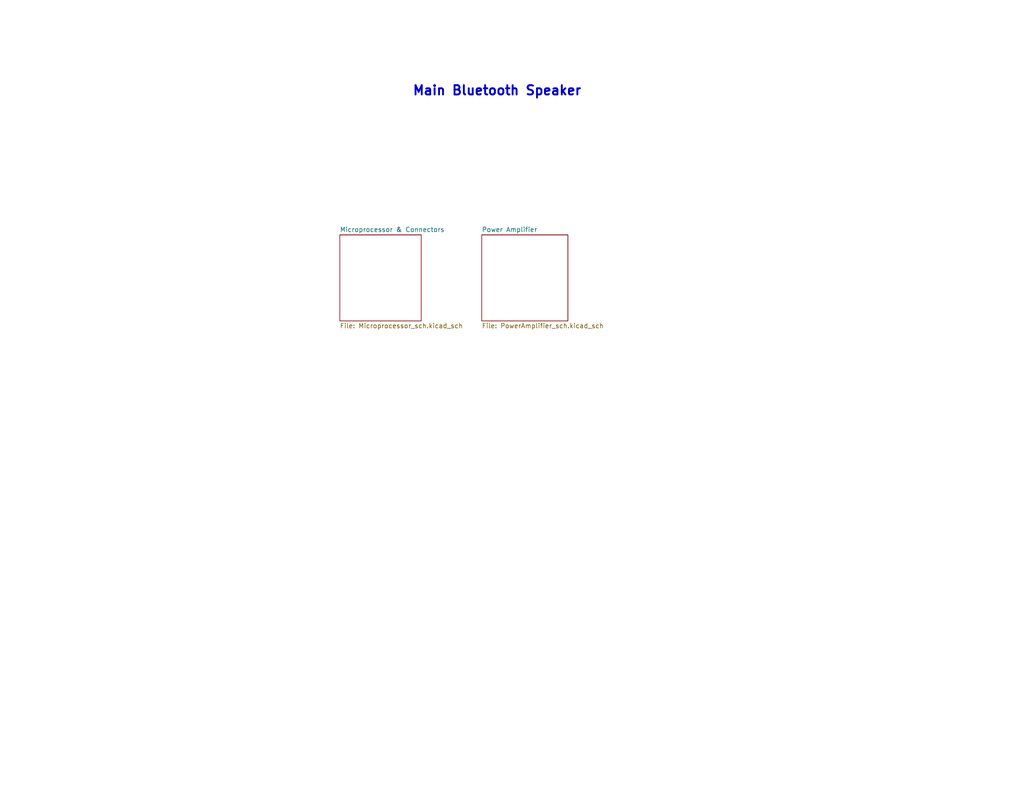
<source format=kicad_sch>
(kicad_sch
	(version 20231120)
	(generator "eeschema")
	(generator_version "8.0")
	(uuid "6d945755-609b-486d-b2f3-c6d7455285fb")
	(paper "A")
	(title_block
		(title "Main Bluetooth Speaker")
		(date "2024-09-06")
		(rev "A")
		(company "Synergy Electronics")
	)
	(lib_symbols)
	(text "Main Bluetooth Speaker"
		(exclude_from_sim no)
		(at 135.636 24.892 0)
		(effects
			(font
				(size 2.54 2.54)
				(thickness 0.508)
				(bold yes)
			)
		)
		(uuid "dcb57f8b-8827-4996-9366-37f89bea712e")
	)
	(sheet
		(at 92.71 64.135)
		(size 22.225 23.495)
		(fields_autoplaced yes)
		(stroke
			(width 0.1524)
			(type solid)
		)
		(fill
			(color 0 0 0 0.0000)
		)
		(uuid "80dc38db-4789-4e19-9e82-e888d7d292e7")
		(property "Sheetname" "Microprocessor & Connectors"
			(at 92.71 63.4234 0)
			(effects
				(font
					(size 1.27 1.27)
				)
				(justify left bottom)
			)
		)
		(property "Sheetfile" "Microprocessor_sch.kicad_sch"
			(at 92.71 88.2146 0)
			(effects
				(font
					(size 1.27 1.27)
				)
				(justify left top)
			)
		)
		(instances
			(project "Senior Design"
				(path "/6d945755-609b-486d-b2f3-c6d7455285fb"
					(page "2")
				)
			)
		)
	)
	(sheet
		(at 131.445 64.135)
		(size 23.495 23.495)
		(fields_autoplaced yes)
		(stroke
			(width 0.1524)
			(type solid)
		)
		(fill
			(color 0 0 0 0.0000)
		)
		(uuid "e3409df0-4279-4ee0-985d-212cbab341d9")
		(property "Sheetname" "Power Amplifier"
			(at 131.445 63.4234 0)
			(effects
				(font
					(size 1.27 1.27)
				)
				(justify left bottom)
			)
		)
		(property "Sheetfile" "PowerAmplifier_sch.kicad_sch"
			(at 131.445 88.2146 0)
			(effects
				(font
					(size 1.27 1.27)
				)
				(justify left top)
			)
		)
		(instances
			(project "Senior Design"
				(path "/6d945755-609b-486d-b2f3-c6d7455285fb"
					(page "4")
				)
			)
		)
	)
	(sheet_instances
		(path "/"
			(page "1")
		)
	)
)

</source>
